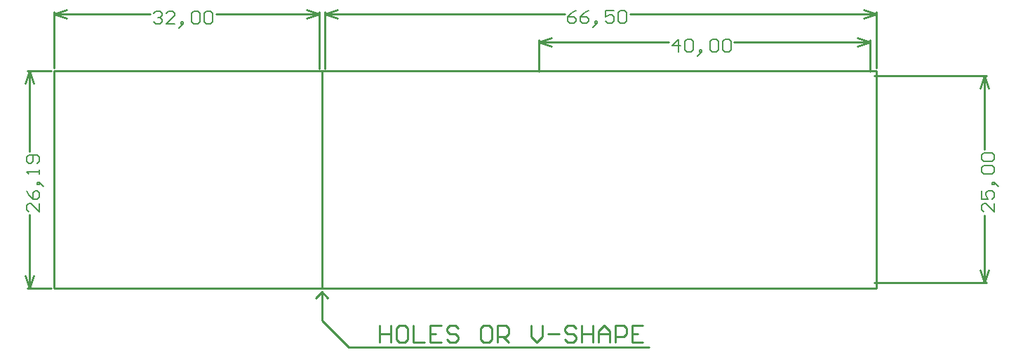
<source format=gm1>
%FSDAX23Y23*%
%MOIN*%
%SFA1B1*%

%IPPOS*%
%ADD28C,0.010000*%
%ADD74C,0.006000*%
%LNde-060718-1*%
%LPD*%
G54D28*
X05092Y02098D02*
Y03129D01*
X01186D02*
X05092D01*
X01186Y02098D02*
Y03129D01*
Y02098D02*
X05092D01*
X02459D02*
Y03127D01*
X02458Y02080D02*
X02487Y02051D01*
X02429Y02052D02*
X02458Y02081D01*
Y01944D02*
Y02081D01*
Y01944D02*
X02586Y01816D01*
X04012*
X01060Y02098D02*
X01171D01*
X01060Y03129D02*
X01171D01*
X01070Y02098D02*
Y02446D01*
Y02748D02*
Y03129D01*
Y02098D02*
X01090Y02158D01*
X01050D02*
X01070Y02098D01*
X01050Y03069D02*
X01070Y03129D01*
X01090Y03069*
X02446Y03140D02*
Y03409D01*
X01186Y03144D02*
Y03409D01*
X01956Y03399D02*
X02446D01*
X01186D02*
X01644D01*
X02386Y03419D02*
X02446Y03399D01*
X02386Y03379D02*
X02446Y03399D01*
X01186D02*
X01246Y03379D01*
X01186Y03399D02*
X01246Y03419D01*
X05092Y03144D02*
Y03412D01*
X02474Y03141D02*
Y03412D01*
X03923Y03402D02*
X05092D01*
X02474D02*
X03611D01*
X05032Y03422D02*
X05092Y03402D01*
X05032Y03382D02*
X05092Y03402D01*
X02474D02*
X02534Y03382D01*
X02474Y03402D02*
X02534Y03422D01*
X05084Y02124D02*
X05615D01*
X05084Y03108D02*
X05615D01*
X05605Y02124D02*
Y02444D01*
Y02756D02*
Y03108D01*
Y02124D02*
X05625Y02184D01*
X05585D02*
X05605Y02124D01*
X05585Y03048D02*
X05605Y03108D01*
X05625Y03048*
X05064Y03128D02*
Y03276D01*
X03490Y03128D02*
Y03276D01*
X04417Y03266D02*
X05064D01*
X03490D02*
X04105D01*
X05004Y03286D02*
X05064Y03266D01*
X05004Y03246D02*
X05064Y03266D01*
X03490D02*
X03550Y03246D01*
X03490Y03266D02*
X03550Y03286D01*
X02732Y01921D02*
Y01841D01*
Y01881*
X02785*
Y01921*
Y01841*
X02852Y01921D02*
X02825D01*
X02812Y01907*
Y01854*
X02825Y01841*
X02852*
X02865Y01854*
Y01907*
X02852Y01921*
X02891D02*
Y01841D01*
X02945*
X03025Y01921D02*
X02971D01*
Y01841*
X03025*
X02971Y01881D02*
X02998D01*
X03105Y01907D02*
X03091Y01921D01*
X03065*
X03051Y01907*
Y01894*
X03065Y01881*
X03091*
X03105Y01867*
Y01854*
X03091Y01841*
X03065*
X03051Y01854*
X03251Y01921D02*
X03225D01*
X03211Y01907*
Y01854*
X03225Y01841*
X03251*
X03265Y01854*
Y01907*
X03251Y01921*
X03291Y01841D02*
Y01921D01*
X03331*
X03345Y01907*
Y01881*
X03331Y01867*
X03291*
X03318D02*
X03345Y01841D01*
X03451Y01921D02*
Y01867D01*
X03478Y01841*
X03505Y01867*
Y01921*
X03531Y01881D02*
X03585D01*
X03665Y01907D02*
X03651Y01921D01*
X03625*
X03611Y01907*
Y01894*
X03625Y01881*
X03651*
X03665Y01867*
Y01854*
X03651Y01841*
X03625*
X03611Y01854*
X03691Y01921D02*
Y01841D01*
Y01881*
X03745*
Y01921*
Y01841*
X03771D02*
Y01894D01*
X03798Y01921*
X03825Y01894*
Y01841*
Y01881*
X03771*
X03851Y01841D02*
Y01921D01*
X03891*
X03905Y01907*
Y01881*
X03891Y01867*
X03851*
X03984Y01921D02*
X03931D01*
Y01841*
X03984*
X03931Y01881D02*
X03958D01*
G54D74*
X01116Y02502D02*
Y02462D01*
X01076Y02502*
X01066*
X01056Y02492*
Y02472*
X01066Y02462*
X01056Y02562D02*
X01066Y02542D01*
X01086Y02522*
X01106*
X01116Y02532*
Y02552*
X01106Y02562*
X01096*
X01086Y02552*
Y02522*
X01126Y02592D02*
X01116Y02602D01*
X01106*
Y02592*
X01116*
Y02602*
X01126Y02592*
X01136Y02582*
X01116Y02642D02*
Y02662D01*
Y02652*
X01056*
X01066Y02642*
X01106Y02692D02*
X01116Y02702D01*
Y02722*
X01106Y02732*
X01066*
X01056Y02722*
Y02702*
X01066Y02692*
X01076*
X01086Y02702*
Y02732*
X01660Y03403D02*
X01670Y03413D01*
X01690*
X01700Y03403*
Y03393*
X01690Y03383*
X01680*
X01690*
X01700Y03373*
Y03363*
X01690Y03353*
X01670*
X01660Y03363*
X01760Y03353D02*
X01720D01*
X01760Y03393*
Y03403*
X01750Y03413*
X01730*
X01720Y03403*
X01790Y03343D02*
X01800Y03353D01*
Y03363*
X01790*
Y03353*
X01800*
X01790Y03343*
X01780Y03333*
X01840Y03403D02*
X01850Y03413D01*
X01870*
X01880Y03403*
Y03363*
X01870Y03353*
X01850*
X01840Y03363*
Y03403*
X01900D02*
X01910Y03413D01*
X01930*
X01940Y03403*
Y03363*
X01930Y03353*
X01910*
X01900Y03363*
Y03403*
X03667Y03416D02*
X03647Y03406D01*
X03627Y03386*
Y03366*
X03637Y03356*
X03657*
X03667Y03366*
Y03376*
X03657Y03386*
X03627*
X03727Y03416D02*
X03707Y03406D01*
X03687Y03386*
Y03366*
X03697Y03356*
X03717*
X03727Y03366*
Y03376*
X03717Y03386*
X03687*
X03757Y03346D02*
X03767Y03356D01*
Y03366*
X03757*
Y03356*
X03767*
X03757Y03346*
X03747Y03336*
X03847Y03416D02*
X03807D01*
Y03386*
X03827Y03396*
X03837*
X03847Y03386*
Y03366*
X03837Y03356*
X03817*
X03807Y03366*
X03867Y03406D02*
X03877Y03416D01*
X03897*
X03907Y03406*
Y03366*
X03897Y03356*
X03877*
X03867Y03366*
Y03406*
X05651Y02500D02*
Y02460D01*
X05611Y02500*
X05601*
X05591Y02490*
Y02470*
X05601Y02460*
X05591Y02560D02*
Y02520D01*
X05621*
X05611Y02540*
Y02550*
X05621Y02560*
X05641*
X05651Y02550*
Y02530*
X05641Y02520*
X05661Y02590D02*
X05651Y02600D01*
X05641*
Y02590*
X05651*
Y02600*
X05661Y02590*
X05671Y02580*
X05601Y02640D02*
X05591Y02650D01*
Y02670*
X05601Y02680*
X05641*
X05651Y02670*
Y02650*
X05641Y02640*
X05601*
Y02700D02*
X05591Y02710D01*
Y02730*
X05601Y02740*
X05641*
X05651Y02730*
Y02710*
X05641Y02700*
X05601*
X04151Y03220D02*
Y03280D01*
X04121Y03250*
X04161*
X04181Y03270D02*
X04191Y03280D01*
X04211*
X04221Y03270*
Y03230*
X04211Y03220*
X04191*
X04181Y03230*
Y03270*
X04251Y03210D02*
X04261Y03220D01*
Y03230*
X04251*
Y03220*
X04261*
X04251Y03210*
X04241Y03200*
X04301Y03270D02*
X04311Y03280D01*
X04331*
X04341Y03270*
Y03230*
X04331Y03220*
X04311*
X04301Y03230*
Y03270*
X04361D02*
X04371Y03280D01*
X04391*
X04401Y03270*
Y03230*
X04391Y03220*
X04371*
X04361Y03230*
Y03270*
M02*
</source>
